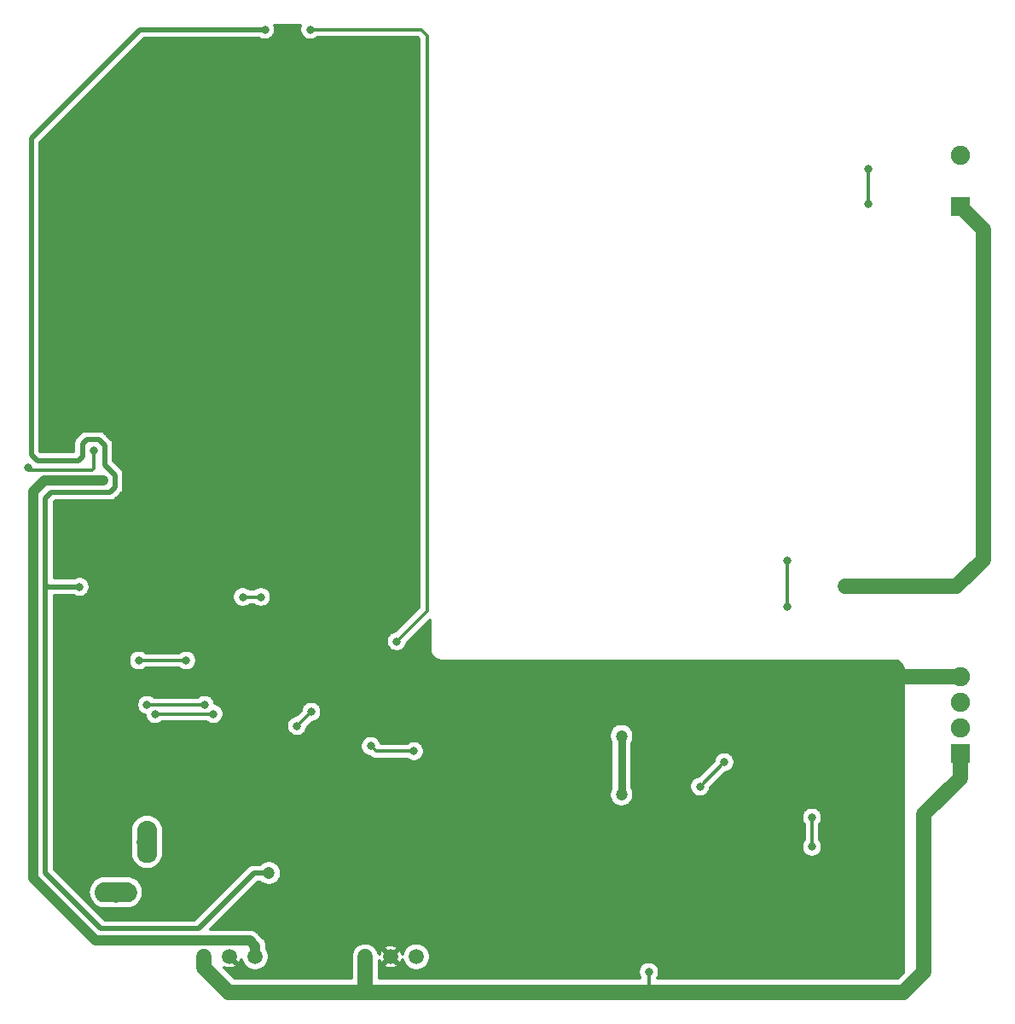
<source format=gbl>
G04 #@! TF.GenerationSoftware,KiCad,Pcbnew,5.1.4-e60b266~84~ubuntu18.04.1*
G04 #@! TF.CreationDate,2019-09-05T01:59:36+01:00*
G04 #@! TF.ProjectId,psu,7073752e-6b69-4636-9164-5f7063625858,1*
G04 #@! TF.SameCoordinates,Original*
G04 #@! TF.FileFunction,Copper,L2,Bot*
G04 #@! TF.FilePolarity,Positive*
%FSLAX46Y46*%
G04 Gerber Fmt 4.6, Leading zero omitted, Abs format (unit mm)*
G04 Created by KiCad (PCBNEW 5.1.4-e60b266~84~ubuntu18.04.1) date 2019-09-05 01:59:36*
%MOMM*%
%LPD*%
G04 APERTURE LIST*
%ADD10C,1.900000*%
%ADD11R,1.900000X1.900000*%
%ADD12C,0.100000*%
%ADD13C,2.000000*%
%ADD14C,1.500000*%
%ADD15C,0.800000*%
%ADD16C,1.200000*%
%ADD17C,1.000000*%
%ADD18C,1.500000*%
%ADD19C,0.300000*%
%ADD20C,0.800000*%
%ADD21C,0.500000*%
%ADD22C,1.000000*%
G04 APERTURE END LIST*
D10*
X194500000Y-64960000D03*
D11*
X194500000Y-70040000D03*
D10*
X194500000Y-116690000D03*
X194500000Y-119230000D03*
X194500000Y-121770000D03*
D11*
X194500000Y-124310000D03*
D12*
G36*
X107698018Y-131004815D02*
G01*
X107795091Y-131019215D01*
X107890286Y-131043060D01*
X107982684Y-131076120D01*
X108071398Y-131118079D01*
X108155571Y-131168530D01*
X108234394Y-131226990D01*
X108307108Y-131292893D01*
X108373011Y-131365607D01*
X108431471Y-131444430D01*
X108481922Y-131528603D01*
X108523881Y-131617317D01*
X108556941Y-131709715D01*
X108580786Y-131804910D01*
X108595186Y-131901983D01*
X108600001Y-132000000D01*
X108600001Y-134200000D01*
X108595186Y-134298017D01*
X108580786Y-134395090D01*
X108556941Y-134490285D01*
X108523881Y-134582683D01*
X108481922Y-134671397D01*
X108431471Y-134755570D01*
X108373011Y-134834393D01*
X108307108Y-134907107D01*
X108234394Y-134973010D01*
X108155571Y-135031470D01*
X108071398Y-135081921D01*
X107982684Y-135123880D01*
X107890286Y-135156940D01*
X107795091Y-135180785D01*
X107698018Y-135195185D01*
X107600001Y-135200000D01*
X107599999Y-135200000D01*
X107501982Y-135195185D01*
X107404909Y-135180785D01*
X107309714Y-135156940D01*
X107217316Y-135123880D01*
X107128602Y-135081921D01*
X107044429Y-135031470D01*
X106965606Y-134973010D01*
X106892892Y-134907107D01*
X106826989Y-134834393D01*
X106768529Y-134755570D01*
X106718078Y-134671397D01*
X106676119Y-134582683D01*
X106643059Y-134490285D01*
X106619214Y-134395090D01*
X106604814Y-134298017D01*
X106599999Y-134200000D01*
X106599999Y-132000000D01*
X106604814Y-131901983D01*
X106619214Y-131804910D01*
X106643059Y-131709715D01*
X106676119Y-131617317D01*
X106718078Y-131528603D01*
X106768529Y-131444430D01*
X106826989Y-131365607D01*
X106892892Y-131292893D01*
X106965606Y-131226990D01*
X107044429Y-131168530D01*
X107128602Y-131118079D01*
X107217316Y-131076120D01*
X107309714Y-131043060D01*
X107404909Y-131019215D01*
X107501982Y-131004815D01*
X107599999Y-131000000D01*
X107600001Y-131000000D01*
X107698018Y-131004815D01*
X107698018Y-131004815D01*
G37*
D13*
X107600000Y-133100000D03*
D12*
G36*
X111898017Y-137104814D02*
G01*
X111995090Y-137119214D01*
X112090285Y-137143059D01*
X112182683Y-137176119D01*
X112271397Y-137218078D01*
X112355570Y-137268529D01*
X112434393Y-137326989D01*
X112507107Y-137392892D01*
X112573010Y-137465606D01*
X112631470Y-137544429D01*
X112681921Y-137628602D01*
X112723880Y-137717316D01*
X112756940Y-137809714D01*
X112780785Y-137904909D01*
X112795185Y-138001982D01*
X112800000Y-138099999D01*
X112800000Y-138100001D01*
X112795185Y-138198018D01*
X112780785Y-138295091D01*
X112756940Y-138390286D01*
X112723880Y-138482684D01*
X112681921Y-138571398D01*
X112631470Y-138655571D01*
X112573010Y-138734394D01*
X112507107Y-138807108D01*
X112434393Y-138873011D01*
X112355570Y-138931471D01*
X112271397Y-138981922D01*
X112182683Y-139023881D01*
X112090285Y-139056941D01*
X111995090Y-139080786D01*
X111898017Y-139095186D01*
X111800000Y-139100001D01*
X109600000Y-139100001D01*
X109501983Y-139095186D01*
X109404910Y-139080786D01*
X109309715Y-139056941D01*
X109217317Y-139023881D01*
X109128603Y-138981922D01*
X109044430Y-138931471D01*
X108965607Y-138873011D01*
X108892893Y-138807108D01*
X108826990Y-138734394D01*
X108768530Y-138655571D01*
X108718079Y-138571398D01*
X108676120Y-138482684D01*
X108643060Y-138390286D01*
X108619215Y-138295091D01*
X108604815Y-138198018D01*
X108600000Y-138100001D01*
X108600000Y-138099999D01*
X108604815Y-138001982D01*
X108619215Y-137904909D01*
X108643060Y-137809714D01*
X108676120Y-137717316D01*
X108718079Y-137628602D01*
X108768530Y-137544429D01*
X108826990Y-137465606D01*
X108892893Y-137392892D01*
X108965607Y-137326989D01*
X109044430Y-137268529D01*
X109128603Y-137218078D01*
X109217317Y-137176119D01*
X109309715Y-137143059D01*
X109404910Y-137119214D01*
X109501983Y-137104814D01*
X109600000Y-137099999D01*
X111800000Y-137099999D01*
X111898017Y-137104814D01*
X111898017Y-137104814D01*
G37*
D13*
X110700000Y-138100000D03*
D12*
G36*
X113898018Y-131004815D02*
G01*
X113995091Y-131019215D01*
X114090286Y-131043060D01*
X114182684Y-131076120D01*
X114271398Y-131118079D01*
X114355571Y-131168530D01*
X114434394Y-131226990D01*
X114507108Y-131292893D01*
X114573011Y-131365607D01*
X114631471Y-131444430D01*
X114681922Y-131528603D01*
X114723881Y-131617317D01*
X114756941Y-131709715D01*
X114780786Y-131804910D01*
X114795186Y-131901983D01*
X114800001Y-132000000D01*
X114800001Y-134200000D01*
X114795186Y-134298017D01*
X114780786Y-134395090D01*
X114756941Y-134490285D01*
X114723881Y-134582683D01*
X114681922Y-134671397D01*
X114631471Y-134755570D01*
X114573011Y-134834393D01*
X114507108Y-134907107D01*
X114434394Y-134973010D01*
X114355571Y-135031470D01*
X114271398Y-135081921D01*
X114182684Y-135123880D01*
X114090286Y-135156940D01*
X113995091Y-135180785D01*
X113898018Y-135195185D01*
X113800001Y-135200000D01*
X113799999Y-135200000D01*
X113701982Y-135195185D01*
X113604909Y-135180785D01*
X113509714Y-135156940D01*
X113417316Y-135123880D01*
X113328602Y-135081921D01*
X113244429Y-135031470D01*
X113165606Y-134973010D01*
X113092892Y-134907107D01*
X113026989Y-134834393D01*
X112968529Y-134755570D01*
X112918078Y-134671397D01*
X112876119Y-134582683D01*
X112843059Y-134490285D01*
X112819214Y-134395090D01*
X112804814Y-134298017D01*
X112799999Y-134200000D01*
X112799999Y-132000000D01*
X112804814Y-131901983D01*
X112819214Y-131804910D01*
X112843059Y-131709715D01*
X112876119Y-131617317D01*
X112918078Y-131528603D01*
X112968529Y-131444430D01*
X113026989Y-131365607D01*
X113092892Y-131292893D01*
X113165606Y-131226990D01*
X113244429Y-131168530D01*
X113328602Y-131118079D01*
X113417316Y-131076120D01*
X113509714Y-131043060D01*
X113604909Y-131019215D01*
X113701982Y-131004815D01*
X113799999Y-131000000D01*
X113800001Y-131000000D01*
X113898018Y-131004815D01*
X113898018Y-131004815D01*
G37*
D13*
X113800000Y-133100000D03*
D14*
X140540000Y-144500000D03*
X138000000Y-144500000D03*
X135460000Y-144500000D03*
X124540000Y-144500000D03*
X122000000Y-144500000D03*
X119460000Y-144500000D03*
D15*
X158900000Y-144400000D03*
X158900000Y-141600000D03*
X105200000Y-111000000D03*
X130500000Y-115700000D03*
X139700000Y-118300000D03*
X135200000Y-119200000D03*
X181900000Y-134900000D03*
X163100000Y-144400000D03*
X163100000Y-141600000D03*
X172500000Y-119500000D03*
X176500000Y-120100000D03*
X186100000Y-117500000D03*
X186100000Y-120500000D03*
X187300000Y-125200000D03*
X149800000Y-137100000D03*
X150900000Y-137100000D03*
X153500000Y-137100000D03*
D16*
X185500000Y-107750000D03*
X184300000Y-107750000D03*
X183100000Y-107750000D03*
X183100000Y-115600000D03*
X183100000Y-116800000D03*
D15*
X130000000Y-60500000D03*
X124350000Y-58800000D03*
X133500000Y-60150000D03*
D16*
X130000000Y-145750000D03*
D15*
X165000000Y-145800000D03*
X169000000Y-145800000D03*
X173000000Y-145800000D03*
X177000000Y-145800000D03*
X185000000Y-145800000D03*
X147650000Y-143000000D03*
D16*
X146000000Y-145750000D03*
X155500000Y-145750000D03*
D15*
X153000000Y-144750000D03*
X181000000Y-145800000D03*
D16*
X115000000Y-68500000D03*
X116250000Y-68500000D03*
X117500000Y-68500000D03*
X117500000Y-71000000D03*
X116250000Y-71000000D03*
X115000000Y-71000000D03*
X115000000Y-75500000D03*
X117500000Y-75500000D03*
X116250000Y-75500000D03*
X115000000Y-80500000D03*
X116250000Y-80500000D03*
X117500000Y-80500000D03*
X117500000Y-78000000D03*
X116250000Y-78000000D03*
X115000000Y-78000000D03*
X115000000Y-82750000D03*
X116250000Y-82750000D03*
X117500000Y-82750000D03*
X115000000Y-86250000D03*
X116250000Y-86250000D03*
X117500000Y-86250000D03*
X115000000Y-89250000D03*
X116250000Y-89250000D03*
X117500000Y-89250000D03*
X117600000Y-103600000D03*
X117600000Y-104700000D03*
X116400000Y-104700000D03*
X116400000Y-103600000D03*
X115200000Y-103600000D03*
X115200000Y-104700000D03*
X114000000Y-104700000D03*
X114100000Y-103600000D03*
X112900000Y-103600000D03*
X110100000Y-103600000D03*
X109900000Y-108900000D03*
X113100000Y-108900000D03*
D15*
X114600000Y-102000000D03*
X118000000Y-92500000D03*
X129700000Y-133200000D03*
X181500000Y-136700000D03*
X109900000Y-118100000D03*
X128600000Y-128300000D03*
X123500000Y-110600000D03*
X119700000Y-115700000D03*
X141600000Y-122500000D03*
X106200000Y-119100000D03*
X108800000Y-101000000D03*
X109100000Y-103000000D03*
X114600000Y-120400000D03*
X120400000Y-120400000D03*
D16*
X160900000Y-128400000D03*
X160900000Y-122600000D03*
X125900000Y-136200000D03*
D15*
X125500000Y-52500000D03*
X107100000Y-107800000D03*
X163600000Y-146000000D03*
X108500000Y-94300000D03*
X102000000Y-96000000D03*
D17*
X109472367Y-97229891D03*
D15*
X136000000Y-123600000D03*
X140300000Y-124100000D03*
X179800000Y-133600000D03*
X179800000Y-130700000D03*
X168700000Y-127600000D03*
X171100000Y-125200000D03*
X113000000Y-115100000D03*
X117700000Y-115100000D03*
X130000000Y-52500000D03*
X138600000Y-113200000D03*
X113800000Y-119500000D03*
X119500000Y-119500000D03*
X128700000Y-121600000D03*
X130100000Y-120200000D03*
X185400000Y-69800000D03*
X185400000Y-66300000D03*
X123300000Y-108800000D03*
X125100000Y-108800000D03*
X177350000Y-105200000D03*
X177350000Y-109750000D03*
D18*
X185500000Y-107750000D02*
X184300000Y-107750000D01*
X184300000Y-107750000D02*
X183100000Y-107750000D01*
X193156498Y-116690000D02*
X193146498Y-116700000D01*
X194500000Y-116690000D02*
X193156498Y-116690000D01*
X193146498Y-116700000D02*
X188000000Y-116700000D01*
X196800000Y-72340000D02*
X194525010Y-70065010D01*
X196800000Y-105100000D02*
X196800000Y-72340000D01*
X194525010Y-70065010D02*
X194525010Y-70040000D01*
X194150000Y-107750000D02*
X196800000Y-105100000D01*
X185500000Y-107750000D02*
X194150000Y-107750000D01*
D19*
X114600000Y-120400000D02*
X120400000Y-120400000D01*
D20*
X160900000Y-128400000D02*
X160900000Y-122600000D01*
D21*
X102300000Y-94700000D02*
X102300000Y-63300000D01*
X102900000Y-95300000D02*
X102300000Y-94700000D01*
X107000000Y-95300000D02*
X102900000Y-95300000D01*
X103700000Y-99000000D02*
X104300000Y-98400000D01*
X118900000Y-141700000D02*
X109200000Y-141700000D01*
X125900000Y-136200000D02*
X124400000Y-136200000D01*
X109600000Y-93800000D02*
X109000000Y-93200000D01*
X124400000Y-136200000D02*
X118900000Y-141700000D01*
X104300000Y-98400000D02*
X110100000Y-98400000D01*
X110100000Y-98400000D02*
X110600000Y-97900000D01*
X110600000Y-97900000D02*
X110600000Y-96700000D01*
X110600000Y-96700000D02*
X109600000Y-95700000D01*
X109600000Y-95700000D02*
X109600000Y-93800000D01*
X109000000Y-93200000D02*
X107800000Y-93200000D01*
X107800000Y-93200000D02*
X107400000Y-93600000D01*
X109200000Y-141700000D02*
X103700000Y-136200000D01*
X107400000Y-93600000D02*
X107400000Y-94900000D01*
X107400000Y-94900000D02*
X107000000Y-95300000D01*
X113100000Y-52500000D02*
X125500000Y-52500000D01*
X102300000Y-63300000D02*
X113100000Y-52500000D01*
X107100000Y-107800000D02*
X103900000Y-107800000D01*
X103700000Y-136200000D02*
X103700000Y-107600000D01*
X103900000Y-107800000D02*
X103700000Y-107600000D01*
X103700000Y-107600000D02*
X103700000Y-99000000D01*
D18*
X194500000Y-126760000D02*
X194500000Y-124310000D01*
X119460000Y-144500000D02*
X119460000Y-145560660D01*
X190900000Y-146000000D02*
X190900000Y-130360000D01*
X119460000Y-145560660D02*
X121899340Y-148000000D01*
X188900000Y-148000000D02*
X190900000Y-146000000D01*
X190900000Y-130360000D02*
X194500000Y-126760000D01*
X135460000Y-147960000D02*
X135500000Y-148000000D01*
X135460000Y-144500000D02*
X135460000Y-147960000D01*
X121899340Y-148000000D02*
X135500000Y-148000000D01*
D19*
X167450000Y-147550000D02*
X167900000Y-148000000D01*
D18*
X167900000Y-148000000D02*
X188900000Y-148000000D01*
D19*
X163300000Y-148000000D02*
X163600000Y-147700000D01*
X163600000Y-147700000D02*
X163600000Y-146000000D01*
D18*
X163300000Y-148000000D02*
X167900000Y-148000000D01*
X135500000Y-148000000D02*
X163300000Y-148000000D01*
D19*
X102200000Y-96200000D02*
X102000000Y-96000000D01*
X108329881Y-96200000D02*
X102200000Y-96200000D01*
X108500000Y-94300000D02*
X108500000Y-96029881D01*
X108500000Y-96029881D02*
X108329881Y-96200000D01*
D22*
X103570109Y-97229891D02*
X109472367Y-97229891D01*
X124540000Y-143439340D02*
X124000660Y-142900000D01*
X124540000Y-144500000D02*
X124540000Y-143439340D01*
X108700000Y-142900000D02*
X102500000Y-136700000D01*
X124000660Y-142900000D02*
X108700000Y-142900000D01*
X102500000Y-136700000D02*
X102500000Y-98300000D01*
X102500000Y-98300000D02*
X103570109Y-97229891D01*
D19*
X136150000Y-123450000D02*
X136000000Y-123600000D01*
X136500000Y-124100000D02*
X136000000Y-123600000D01*
X140300000Y-124100000D02*
X136500000Y-124100000D01*
X179800000Y-133600000D02*
X179800000Y-130700000D01*
X168700000Y-127600000D02*
X171100000Y-125200000D01*
X113000000Y-115100000D02*
X117700000Y-115100000D01*
X141600000Y-110200000D02*
X138900000Y-112900000D01*
X141600000Y-53100000D02*
X141600000Y-110200000D01*
X130000000Y-52500000D02*
X141000000Y-52500000D01*
X141000000Y-52500000D02*
X141600000Y-53100000D01*
X138900000Y-112900000D02*
X138600000Y-113200000D01*
X113800000Y-119500000D02*
X119500000Y-119500000D01*
X128700000Y-121600000D02*
X130100000Y-120200000D01*
X185400000Y-69800000D02*
X185400000Y-66300000D01*
X123300000Y-108800000D02*
X125100000Y-108800000D01*
X177350000Y-105200000D02*
X177350000Y-109750000D01*
G36*
X128990350Y-52193726D02*
G01*
X128950000Y-52396584D01*
X128950000Y-52603416D01*
X128990350Y-52806274D01*
X129069502Y-52997362D01*
X129184411Y-53169336D01*
X129330664Y-53315589D01*
X129502638Y-53430498D01*
X129693726Y-53509650D01*
X129896584Y-53550000D01*
X130103416Y-53550000D01*
X130306274Y-53509650D01*
X130497362Y-53430498D01*
X130669336Y-53315589D01*
X130684925Y-53300000D01*
X140668630Y-53300000D01*
X140800000Y-53431371D01*
X140800001Y-109868628D01*
X138518630Y-112150000D01*
X138496584Y-112150000D01*
X138293726Y-112190350D01*
X138102638Y-112269502D01*
X137930664Y-112384411D01*
X137784411Y-112530664D01*
X137669502Y-112702638D01*
X137590350Y-112893726D01*
X137550000Y-113096584D01*
X137550000Y-113303416D01*
X137590350Y-113506274D01*
X137669502Y-113697362D01*
X137784411Y-113869336D01*
X137930664Y-114015589D01*
X138102638Y-114130498D01*
X138293726Y-114209650D01*
X138496584Y-114250000D01*
X138703416Y-114250000D01*
X138906274Y-114209650D01*
X139097362Y-114130498D01*
X139269336Y-114015589D01*
X139415589Y-113869336D01*
X139530498Y-113697362D01*
X139609650Y-113506274D01*
X139650000Y-113303416D01*
X139650000Y-113281370D01*
X141850000Y-111081371D01*
X141850000Y-114000000D01*
X141850722Y-114014703D01*
X141869937Y-114209793D01*
X141875674Y-114238632D01*
X141932579Y-114426225D01*
X141943832Y-114453392D01*
X142036242Y-114626279D01*
X142052578Y-114650729D01*
X142176941Y-114802266D01*
X142197734Y-114823059D01*
X142349271Y-114947422D01*
X142373721Y-114963758D01*
X142546608Y-115056168D01*
X142573775Y-115067421D01*
X142761368Y-115124326D01*
X142790207Y-115130063D01*
X142985297Y-115149278D01*
X143000000Y-115150000D01*
X187992627Y-115150000D01*
X188165688Y-115167045D01*
X188325004Y-115215373D01*
X188471828Y-115293852D01*
X188600528Y-115399472D01*
X188706148Y-115528172D01*
X188784627Y-115674996D01*
X188832955Y-115834312D01*
X188850000Y-116007373D01*
X188850000Y-146070102D01*
X188320102Y-146600000D01*
X164461918Y-146600000D01*
X164530498Y-146497362D01*
X164609650Y-146306274D01*
X164650000Y-146103416D01*
X164650000Y-145896584D01*
X164609650Y-145693726D01*
X164530498Y-145502638D01*
X164415589Y-145330664D01*
X164269336Y-145184411D01*
X164097362Y-145069502D01*
X163906274Y-144990350D01*
X163703416Y-144950000D01*
X163496584Y-144950000D01*
X163293726Y-144990350D01*
X163102638Y-145069502D01*
X162930664Y-145184411D01*
X162784411Y-145330664D01*
X162669502Y-145502638D01*
X162590350Y-145693726D01*
X162550000Y-145896584D01*
X162550000Y-146103416D01*
X162590350Y-146306274D01*
X162669502Y-146497362D01*
X162738082Y-146600000D01*
X136860000Y-146600000D01*
X136860000Y-145340554D01*
X137300867Y-145340554D01*
X137374589Y-145530936D01*
X137587732Y-145633138D01*
X137816718Y-145691795D01*
X138052747Y-145704651D01*
X138286749Y-145671214D01*
X138509732Y-145592767D01*
X138625411Y-145530936D01*
X138699133Y-145340554D01*
X138000000Y-144641421D01*
X137300867Y-145340554D01*
X136860000Y-145340554D01*
X136860000Y-144875474D01*
X136907233Y-145009732D01*
X136969064Y-145125411D01*
X137159446Y-145199133D01*
X137858579Y-144500000D01*
X138141421Y-144500000D01*
X138840554Y-145199133D01*
X139030936Y-145125411D01*
X139133138Y-144912268D01*
X139167722Y-144777258D01*
X139193801Y-144908365D01*
X139299336Y-145163149D01*
X139452549Y-145392448D01*
X139647552Y-145587451D01*
X139876851Y-145740664D01*
X140131635Y-145846199D01*
X140402112Y-145900000D01*
X140677888Y-145900000D01*
X140948365Y-145846199D01*
X141203149Y-145740664D01*
X141432448Y-145587451D01*
X141627451Y-145392448D01*
X141780664Y-145163149D01*
X141886199Y-144908365D01*
X141940000Y-144637888D01*
X141940000Y-144362112D01*
X141886199Y-144091635D01*
X141780664Y-143836851D01*
X141627451Y-143607552D01*
X141432448Y-143412549D01*
X141203149Y-143259336D01*
X140948365Y-143153801D01*
X140677888Y-143100000D01*
X140402112Y-143100000D01*
X140131635Y-143153801D01*
X139876851Y-143259336D01*
X139647552Y-143412549D01*
X139452549Y-143607552D01*
X139299336Y-143836851D01*
X139193801Y-144091635D01*
X139170189Y-144210339D01*
X139092767Y-143990268D01*
X139030936Y-143874589D01*
X138840554Y-143800867D01*
X138141421Y-144500000D01*
X137858579Y-144500000D01*
X137159446Y-143800867D01*
X136969064Y-143874589D01*
X136866862Y-144087732D01*
X136835305Y-144210923D01*
X136819682Y-144159420D01*
X136806199Y-144091635D01*
X136779751Y-144027785D01*
X136759690Y-143961651D01*
X136727111Y-143900701D01*
X136700664Y-143836851D01*
X136662269Y-143779388D01*
X136629690Y-143718438D01*
X136585848Y-143665017D01*
X136582126Y-143659446D01*
X137300867Y-143659446D01*
X138000000Y-144358579D01*
X138699133Y-143659446D01*
X138625411Y-143469064D01*
X138412268Y-143366862D01*
X138183282Y-143308205D01*
X137947253Y-143295349D01*
X137713251Y-143328786D01*
X137490268Y-143407233D01*
X137374589Y-143469064D01*
X137300867Y-143659446D01*
X136582126Y-143659446D01*
X136547451Y-143607552D01*
X136498576Y-143558677D01*
X136454738Y-143505261D01*
X136401324Y-143461425D01*
X136352448Y-143412549D01*
X136294979Y-143374150D01*
X136241561Y-143330310D01*
X136180616Y-143297734D01*
X136123149Y-143259336D01*
X136059295Y-143232887D01*
X135998348Y-143200310D01*
X135932218Y-143180250D01*
X135868365Y-143153801D01*
X135800577Y-143140317D01*
X135734447Y-143120257D01*
X135665673Y-143113483D01*
X135597888Y-143100000D01*
X135528777Y-143100000D01*
X135460000Y-143093226D01*
X135391223Y-143100000D01*
X135322112Y-143100000D01*
X135254327Y-143113483D01*
X135185552Y-143120257D01*
X135119420Y-143140318D01*
X135051635Y-143153801D01*
X134987785Y-143180249D01*
X134921651Y-143200310D01*
X134860701Y-143232889D01*
X134796851Y-143259336D01*
X134739388Y-143297731D01*
X134678438Y-143330310D01*
X134625017Y-143374152D01*
X134567552Y-143412549D01*
X134518677Y-143461424D01*
X134465261Y-143505262D01*
X134421425Y-143558676D01*
X134372549Y-143607552D01*
X134334150Y-143665021D01*
X134290310Y-143718439D01*
X134257734Y-143779384D01*
X134219336Y-143836851D01*
X134192887Y-143900705D01*
X134160310Y-143961652D01*
X134140250Y-144027782D01*
X134113801Y-144091635D01*
X134100317Y-144159423D01*
X134080257Y-144225553D01*
X134073483Y-144294326D01*
X134060000Y-144362112D01*
X134060000Y-144431224D01*
X134060001Y-146600000D01*
X122479239Y-146600000D01*
X121442957Y-145563718D01*
X121587732Y-145633138D01*
X121816718Y-145691795D01*
X122052747Y-145704651D01*
X122286749Y-145671214D01*
X122509732Y-145592767D01*
X122625411Y-145530936D01*
X122699133Y-145340554D01*
X122000000Y-144641421D01*
X121985858Y-144655564D01*
X121844437Y-144514143D01*
X121858579Y-144500000D01*
X121844437Y-144485858D01*
X121985858Y-144344437D01*
X122000000Y-144358579D01*
X122014143Y-144344437D01*
X122155564Y-144485858D01*
X122141421Y-144500000D01*
X122840554Y-145199133D01*
X123030936Y-145125411D01*
X123133138Y-144912268D01*
X123167722Y-144777258D01*
X123193801Y-144908365D01*
X123299336Y-145163149D01*
X123452549Y-145392448D01*
X123647552Y-145587451D01*
X123876851Y-145740664D01*
X124131635Y-145846199D01*
X124402112Y-145900000D01*
X124677888Y-145900000D01*
X124948365Y-145846199D01*
X125203149Y-145740664D01*
X125432448Y-145587451D01*
X125627451Y-145392448D01*
X125780664Y-145163149D01*
X125886199Y-144908365D01*
X125940000Y-144637888D01*
X125940000Y-144362112D01*
X125886199Y-144091635D01*
X125780664Y-143836851D01*
X125690000Y-143701163D01*
X125690000Y-143495822D01*
X125695563Y-143439340D01*
X125690000Y-143382858D01*
X125690000Y-143382848D01*
X125673360Y-143213901D01*
X125607602Y-142997125D01*
X125500816Y-142797343D01*
X125357107Y-142622233D01*
X125313219Y-142586215D01*
X124853785Y-142126781D01*
X124817767Y-142082893D01*
X124642657Y-141939184D01*
X124442875Y-141832398D01*
X124226099Y-141766640D01*
X124057152Y-141750000D01*
X124057142Y-141750000D01*
X124000660Y-141744437D01*
X123944178Y-141750000D01*
X120122792Y-141750000D01*
X124772792Y-137100000D01*
X125032234Y-137100000D01*
X125103172Y-137170938D01*
X125307903Y-137307735D01*
X125535389Y-137401963D01*
X125776886Y-137450000D01*
X126023114Y-137450000D01*
X126264611Y-137401963D01*
X126492097Y-137307735D01*
X126696828Y-137170938D01*
X126870938Y-136996828D01*
X127007735Y-136792097D01*
X127101963Y-136564611D01*
X127150000Y-136323114D01*
X127150000Y-136076886D01*
X127101963Y-135835389D01*
X127007735Y-135607903D01*
X126870938Y-135403172D01*
X126696828Y-135229062D01*
X126492097Y-135092265D01*
X126264611Y-134998037D01*
X126023114Y-134950000D01*
X125776886Y-134950000D01*
X125535389Y-134998037D01*
X125307903Y-135092265D01*
X125103172Y-135229062D01*
X125032234Y-135300000D01*
X124444207Y-135300000D01*
X124400000Y-135295646D01*
X124223569Y-135313023D01*
X124053918Y-135364486D01*
X123981542Y-135403172D01*
X123897568Y-135448057D01*
X123760525Y-135560525D01*
X123732343Y-135594865D01*
X118527208Y-140800000D01*
X109572792Y-140800000D01*
X106872791Y-138099999D01*
X107946855Y-138099999D01*
X107946855Y-138100001D01*
X107978620Y-138422514D01*
X108072693Y-138732632D01*
X108225460Y-139018439D01*
X108431050Y-139268951D01*
X108681562Y-139474541D01*
X108967369Y-139627308D01*
X109277487Y-139721381D01*
X109600000Y-139753146D01*
X111800000Y-139753146D01*
X112122513Y-139721381D01*
X112432631Y-139627308D01*
X112718438Y-139474541D01*
X112968950Y-139268951D01*
X113174540Y-139018439D01*
X113327307Y-138732632D01*
X113421380Y-138422514D01*
X113453145Y-138100001D01*
X113453145Y-138099999D01*
X113421380Y-137777486D01*
X113327307Y-137467368D01*
X113174540Y-137181561D01*
X112968950Y-136931049D01*
X112718438Y-136725459D01*
X112432631Y-136572692D01*
X112122513Y-136478619D01*
X111800000Y-136446854D01*
X109600000Y-136446854D01*
X109277487Y-136478619D01*
X108967369Y-136572692D01*
X108681562Y-136725459D01*
X108431050Y-136931049D01*
X108225460Y-137181561D01*
X108072693Y-137467368D01*
X107978620Y-137777486D01*
X107946855Y-138099999D01*
X106872791Y-138099999D01*
X104600000Y-135827208D01*
X104600000Y-132000000D01*
X112146854Y-132000000D01*
X112146854Y-134200000D01*
X112178619Y-134522513D01*
X112272692Y-134832631D01*
X112425459Y-135118438D01*
X112631049Y-135368950D01*
X112881561Y-135574540D01*
X113167368Y-135727307D01*
X113477486Y-135821380D01*
X113799999Y-135853145D01*
X113800001Y-135853145D01*
X114122514Y-135821380D01*
X114432632Y-135727307D01*
X114718439Y-135574540D01*
X114968951Y-135368950D01*
X115174541Y-135118438D01*
X115327308Y-134832631D01*
X115421381Y-134522513D01*
X115453146Y-134200000D01*
X115453146Y-132000000D01*
X115421381Y-131677487D01*
X115327308Y-131367369D01*
X115174541Y-131081562D01*
X114968951Y-130831050D01*
X114718439Y-130625460D01*
X114664416Y-130596584D01*
X178750000Y-130596584D01*
X178750000Y-130803416D01*
X178790350Y-131006274D01*
X178869502Y-131197362D01*
X178984411Y-131369336D01*
X179000001Y-131384926D01*
X179000000Y-132915075D01*
X178984411Y-132930664D01*
X178869502Y-133102638D01*
X178790350Y-133293726D01*
X178750000Y-133496584D01*
X178750000Y-133703416D01*
X178790350Y-133906274D01*
X178869502Y-134097362D01*
X178984411Y-134269336D01*
X179130664Y-134415589D01*
X179302638Y-134530498D01*
X179493726Y-134609650D01*
X179696584Y-134650000D01*
X179903416Y-134650000D01*
X180106274Y-134609650D01*
X180297362Y-134530498D01*
X180469336Y-134415589D01*
X180615589Y-134269336D01*
X180730498Y-134097362D01*
X180809650Y-133906274D01*
X180850000Y-133703416D01*
X180850000Y-133496584D01*
X180809650Y-133293726D01*
X180730498Y-133102638D01*
X180615589Y-132930664D01*
X180600000Y-132915075D01*
X180600000Y-131384925D01*
X180615589Y-131369336D01*
X180730498Y-131197362D01*
X180809650Y-131006274D01*
X180850000Y-130803416D01*
X180850000Y-130596584D01*
X180809650Y-130393726D01*
X180730498Y-130202638D01*
X180615589Y-130030664D01*
X180469336Y-129884411D01*
X180297362Y-129769502D01*
X180106274Y-129690350D01*
X179903416Y-129650000D01*
X179696584Y-129650000D01*
X179493726Y-129690350D01*
X179302638Y-129769502D01*
X179130664Y-129884411D01*
X178984411Y-130030664D01*
X178869502Y-130202638D01*
X178790350Y-130393726D01*
X178750000Y-130596584D01*
X114664416Y-130596584D01*
X114432632Y-130472693D01*
X114122514Y-130378620D01*
X113800001Y-130346855D01*
X113799999Y-130346855D01*
X113477486Y-130378620D01*
X113167368Y-130472693D01*
X112881561Y-130625460D01*
X112631049Y-130831050D01*
X112425459Y-131081562D01*
X112272692Y-131367369D01*
X112178619Y-131677487D01*
X112146854Y-132000000D01*
X104600000Y-132000000D01*
X104600000Y-123496584D01*
X134950000Y-123496584D01*
X134950000Y-123703416D01*
X134990350Y-123906274D01*
X135069502Y-124097362D01*
X135184411Y-124269336D01*
X135330664Y-124415589D01*
X135502638Y-124530498D01*
X135693726Y-124609650D01*
X135896584Y-124650000D01*
X135916460Y-124650000D01*
X135931578Y-124668422D01*
X136021865Y-124742518D01*
X136053393Y-124768393D01*
X136192372Y-124842679D01*
X136343173Y-124888424D01*
X136460707Y-124900000D01*
X136460709Y-124900000D01*
X136500000Y-124903870D01*
X136539291Y-124900000D01*
X139615075Y-124900000D01*
X139630664Y-124915589D01*
X139802638Y-125030498D01*
X139993726Y-125109650D01*
X140196584Y-125150000D01*
X140403416Y-125150000D01*
X140606274Y-125109650D01*
X140797362Y-125030498D01*
X140969336Y-124915589D01*
X141115589Y-124769336D01*
X141230498Y-124597362D01*
X141309650Y-124406274D01*
X141350000Y-124203416D01*
X141350000Y-123996584D01*
X141309650Y-123793726D01*
X141230498Y-123602638D01*
X141115589Y-123430664D01*
X140969336Y-123284411D01*
X140797362Y-123169502D01*
X140606274Y-123090350D01*
X140403416Y-123050000D01*
X140196584Y-123050000D01*
X139993726Y-123090350D01*
X139802638Y-123169502D01*
X139630664Y-123284411D01*
X139615075Y-123300000D01*
X137010898Y-123300000D01*
X137009650Y-123293726D01*
X136930498Y-123102638D01*
X136815589Y-122930664D01*
X136669336Y-122784411D01*
X136497362Y-122669502D01*
X136306274Y-122590350D01*
X136103416Y-122550000D01*
X135896584Y-122550000D01*
X135693726Y-122590350D01*
X135502638Y-122669502D01*
X135330664Y-122784411D01*
X135184411Y-122930664D01*
X135069502Y-123102638D01*
X134990350Y-123293726D01*
X134950000Y-123496584D01*
X104600000Y-123496584D01*
X104600000Y-121496584D01*
X127650000Y-121496584D01*
X127650000Y-121703416D01*
X127690350Y-121906274D01*
X127769502Y-122097362D01*
X127884411Y-122269336D01*
X128030664Y-122415589D01*
X128202638Y-122530498D01*
X128393726Y-122609650D01*
X128596584Y-122650000D01*
X128803416Y-122650000D01*
X129006274Y-122609650D01*
X129197362Y-122530498D01*
X129277598Y-122476886D01*
X159650000Y-122476886D01*
X159650000Y-122723114D01*
X159698037Y-122964611D01*
X159792265Y-123192097D01*
X159850001Y-123278505D01*
X159850000Y-127721496D01*
X159792265Y-127807903D01*
X159698037Y-128035389D01*
X159650000Y-128276886D01*
X159650000Y-128523114D01*
X159698037Y-128764611D01*
X159792265Y-128992097D01*
X159929062Y-129196828D01*
X160103172Y-129370938D01*
X160307903Y-129507735D01*
X160535389Y-129601963D01*
X160776886Y-129650000D01*
X161023114Y-129650000D01*
X161264611Y-129601963D01*
X161492097Y-129507735D01*
X161696828Y-129370938D01*
X161870938Y-129196828D01*
X162007735Y-128992097D01*
X162101963Y-128764611D01*
X162150000Y-128523114D01*
X162150000Y-128276886D01*
X162101963Y-128035389D01*
X162007735Y-127807903D01*
X161950000Y-127721497D01*
X161950000Y-127496584D01*
X167650000Y-127496584D01*
X167650000Y-127703416D01*
X167690350Y-127906274D01*
X167769502Y-128097362D01*
X167884411Y-128269336D01*
X168030664Y-128415589D01*
X168202638Y-128530498D01*
X168393726Y-128609650D01*
X168596584Y-128650000D01*
X168803416Y-128650000D01*
X169006274Y-128609650D01*
X169197362Y-128530498D01*
X169369336Y-128415589D01*
X169515589Y-128269336D01*
X169630498Y-128097362D01*
X169709650Y-127906274D01*
X169750000Y-127703416D01*
X169750000Y-127681370D01*
X171181371Y-126250000D01*
X171203416Y-126250000D01*
X171406274Y-126209650D01*
X171597362Y-126130498D01*
X171769336Y-126015589D01*
X171915589Y-125869336D01*
X172030498Y-125697362D01*
X172109650Y-125506274D01*
X172150000Y-125303416D01*
X172150000Y-125096584D01*
X172109650Y-124893726D01*
X172030498Y-124702638D01*
X171915589Y-124530664D01*
X171769336Y-124384411D01*
X171597362Y-124269502D01*
X171406274Y-124190350D01*
X171203416Y-124150000D01*
X170996584Y-124150000D01*
X170793726Y-124190350D01*
X170602638Y-124269502D01*
X170430664Y-124384411D01*
X170284411Y-124530664D01*
X170169502Y-124702638D01*
X170090350Y-124893726D01*
X170050000Y-125096584D01*
X170050000Y-125118629D01*
X168618630Y-126550000D01*
X168596584Y-126550000D01*
X168393726Y-126590350D01*
X168202638Y-126669502D01*
X168030664Y-126784411D01*
X167884411Y-126930664D01*
X167769502Y-127102638D01*
X167690350Y-127293726D01*
X167650000Y-127496584D01*
X161950000Y-127496584D01*
X161950000Y-123278503D01*
X162007735Y-123192097D01*
X162101963Y-122964611D01*
X162150000Y-122723114D01*
X162150000Y-122476886D01*
X162101963Y-122235389D01*
X162007735Y-122007903D01*
X161870938Y-121803172D01*
X161696828Y-121629062D01*
X161492097Y-121492265D01*
X161264611Y-121398037D01*
X161023114Y-121350000D01*
X160776886Y-121350000D01*
X160535389Y-121398037D01*
X160307903Y-121492265D01*
X160103172Y-121629062D01*
X159929062Y-121803172D01*
X159792265Y-122007903D01*
X159698037Y-122235389D01*
X159650000Y-122476886D01*
X129277598Y-122476886D01*
X129369336Y-122415589D01*
X129515589Y-122269336D01*
X129630498Y-122097362D01*
X129709650Y-121906274D01*
X129750000Y-121703416D01*
X129750000Y-121681370D01*
X130181371Y-121250000D01*
X130203416Y-121250000D01*
X130406274Y-121209650D01*
X130597362Y-121130498D01*
X130769336Y-121015589D01*
X130915589Y-120869336D01*
X131030498Y-120697362D01*
X131109650Y-120506274D01*
X131150000Y-120303416D01*
X131150000Y-120096584D01*
X131109650Y-119893726D01*
X131030498Y-119702638D01*
X130915589Y-119530664D01*
X130769336Y-119384411D01*
X130597362Y-119269502D01*
X130406274Y-119190350D01*
X130203416Y-119150000D01*
X129996584Y-119150000D01*
X129793726Y-119190350D01*
X129602638Y-119269502D01*
X129430664Y-119384411D01*
X129284411Y-119530664D01*
X129169502Y-119702638D01*
X129090350Y-119893726D01*
X129050000Y-120096584D01*
X129050000Y-120118629D01*
X128618630Y-120550000D01*
X128596584Y-120550000D01*
X128393726Y-120590350D01*
X128202638Y-120669502D01*
X128030664Y-120784411D01*
X127884411Y-120930664D01*
X127769502Y-121102638D01*
X127690350Y-121293726D01*
X127650000Y-121496584D01*
X104600000Y-121496584D01*
X104600000Y-119396584D01*
X112750000Y-119396584D01*
X112750000Y-119603416D01*
X112790350Y-119806274D01*
X112869502Y-119997362D01*
X112984411Y-120169336D01*
X113130664Y-120315589D01*
X113302638Y-120430498D01*
X113493726Y-120509650D01*
X113553609Y-120521561D01*
X113590350Y-120706274D01*
X113669502Y-120897362D01*
X113784411Y-121069336D01*
X113930664Y-121215589D01*
X114102638Y-121330498D01*
X114293726Y-121409650D01*
X114496584Y-121450000D01*
X114703416Y-121450000D01*
X114906274Y-121409650D01*
X115097362Y-121330498D01*
X115269336Y-121215589D01*
X115284925Y-121200000D01*
X119715075Y-121200000D01*
X119730664Y-121215589D01*
X119902638Y-121330498D01*
X120093726Y-121409650D01*
X120296584Y-121450000D01*
X120503416Y-121450000D01*
X120706274Y-121409650D01*
X120897362Y-121330498D01*
X121069336Y-121215589D01*
X121215589Y-121069336D01*
X121330498Y-120897362D01*
X121409650Y-120706274D01*
X121450000Y-120503416D01*
X121450000Y-120296584D01*
X121409650Y-120093726D01*
X121330498Y-119902638D01*
X121215589Y-119730664D01*
X121069336Y-119584411D01*
X120897362Y-119469502D01*
X120706274Y-119390350D01*
X120542271Y-119357729D01*
X120509650Y-119193726D01*
X120430498Y-119002638D01*
X120315589Y-118830664D01*
X120169336Y-118684411D01*
X119997362Y-118569502D01*
X119806274Y-118490350D01*
X119603416Y-118450000D01*
X119396584Y-118450000D01*
X119193726Y-118490350D01*
X119002638Y-118569502D01*
X118830664Y-118684411D01*
X118815075Y-118700000D01*
X114484925Y-118700000D01*
X114469336Y-118684411D01*
X114297362Y-118569502D01*
X114106274Y-118490350D01*
X113903416Y-118450000D01*
X113696584Y-118450000D01*
X113493726Y-118490350D01*
X113302638Y-118569502D01*
X113130664Y-118684411D01*
X112984411Y-118830664D01*
X112869502Y-119002638D01*
X112790350Y-119193726D01*
X112750000Y-119396584D01*
X104600000Y-119396584D01*
X104600000Y-114996584D01*
X111950000Y-114996584D01*
X111950000Y-115203416D01*
X111990350Y-115406274D01*
X112069502Y-115597362D01*
X112184411Y-115769336D01*
X112330664Y-115915589D01*
X112502638Y-116030498D01*
X112693726Y-116109650D01*
X112896584Y-116150000D01*
X113103416Y-116150000D01*
X113306274Y-116109650D01*
X113497362Y-116030498D01*
X113669336Y-115915589D01*
X113684925Y-115900000D01*
X117015075Y-115900000D01*
X117030664Y-115915589D01*
X117202638Y-116030498D01*
X117393726Y-116109650D01*
X117596584Y-116150000D01*
X117803416Y-116150000D01*
X118006274Y-116109650D01*
X118197362Y-116030498D01*
X118369336Y-115915589D01*
X118515589Y-115769336D01*
X118630498Y-115597362D01*
X118709650Y-115406274D01*
X118750000Y-115203416D01*
X118750000Y-114996584D01*
X118709650Y-114793726D01*
X118630498Y-114602638D01*
X118515589Y-114430664D01*
X118369336Y-114284411D01*
X118197362Y-114169502D01*
X118006274Y-114090350D01*
X117803416Y-114050000D01*
X117596584Y-114050000D01*
X117393726Y-114090350D01*
X117202638Y-114169502D01*
X117030664Y-114284411D01*
X117015075Y-114300000D01*
X113684925Y-114300000D01*
X113669336Y-114284411D01*
X113497362Y-114169502D01*
X113306274Y-114090350D01*
X113103416Y-114050000D01*
X112896584Y-114050000D01*
X112693726Y-114090350D01*
X112502638Y-114169502D01*
X112330664Y-114284411D01*
X112184411Y-114430664D01*
X112069502Y-114602638D01*
X111990350Y-114793726D01*
X111950000Y-114996584D01*
X104600000Y-114996584D01*
X104600000Y-108700000D01*
X106556994Y-108700000D01*
X106602638Y-108730498D01*
X106793726Y-108809650D01*
X106996584Y-108850000D01*
X107203416Y-108850000D01*
X107406274Y-108809650D01*
X107597362Y-108730498D01*
X107648118Y-108696584D01*
X122250000Y-108696584D01*
X122250000Y-108903416D01*
X122290350Y-109106274D01*
X122369502Y-109297362D01*
X122484411Y-109469336D01*
X122630664Y-109615589D01*
X122802638Y-109730498D01*
X122993726Y-109809650D01*
X123196584Y-109850000D01*
X123403416Y-109850000D01*
X123606274Y-109809650D01*
X123797362Y-109730498D01*
X123969336Y-109615589D01*
X123984925Y-109600000D01*
X124415075Y-109600000D01*
X124430664Y-109615589D01*
X124602638Y-109730498D01*
X124793726Y-109809650D01*
X124996584Y-109850000D01*
X125203416Y-109850000D01*
X125406274Y-109809650D01*
X125597362Y-109730498D01*
X125769336Y-109615589D01*
X125915589Y-109469336D01*
X126030498Y-109297362D01*
X126109650Y-109106274D01*
X126150000Y-108903416D01*
X126150000Y-108696584D01*
X126109650Y-108493726D01*
X126030498Y-108302638D01*
X125915589Y-108130664D01*
X125769336Y-107984411D01*
X125597362Y-107869502D01*
X125406274Y-107790350D01*
X125203416Y-107750000D01*
X124996584Y-107750000D01*
X124793726Y-107790350D01*
X124602638Y-107869502D01*
X124430664Y-107984411D01*
X124415075Y-108000000D01*
X123984925Y-108000000D01*
X123969336Y-107984411D01*
X123797362Y-107869502D01*
X123606274Y-107790350D01*
X123403416Y-107750000D01*
X123196584Y-107750000D01*
X122993726Y-107790350D01*
X122802638Y-107869502D01*
X122630664Y-107984411D01*
X122484411Y-108130664D01*
X122369502Y-108302638D01*
X122290350Y-108493726D01*
X122250000Y-108696584D01*
X107648118Y-108696584D01*
X107769336Y-108615589D01*
X107915589Y-108469336D01*
X108030498Y-108297362D01*
X108109650Y-108106274D01*
X108150000Y-107903416D01*
X108150000Y-107696584D01*
X108109650Y-107493726D01*
X108030498Y-107302638D01*
X107915589Y-107130664D01*
X107769336Y-106984411D01*
X107597362Y-106869502D01*
X107406274Y-106790350D01*
X107203416Y-106750000D01*
X106996584Y-106750000D01*
X106793726Y-106790350D01*
X106602638Y-106869502D01*
X106556994Y-106900000D01*
X104600000Y-106900000D01*
X104600000Y-99372792D01*
X104672792Y-99300000D01*
X110055794Y-99300000D01*
X110100000Y-99304354D01*
X110144206Y-99300000D01*
X110144207Y-99300000D01*
X110276431Y-99286977D01*
X110446081Y-99235514D01*
X110602432Y-99151943D01*
X110739475Y-99039475D01*
X110767658Y-99005134D01*
X111205131Y-98567660D01*
X111239475Y-98539475D01*
X111351943Y-98402432D01*
X111435514Y-98246081D01*
X111486977Y-98076431D01*
X111500000Y-97944207D01*
X111500000Y-97944206D01*
X111504354Y-97900000D01*
X111500000Y-97855793D01*
X111500000Y-96744207D01*
X111504354Y-96700000D01*
X111486977Y-96523569D01*
X111435514Y-96353918D01*
X111351943Y-96197568D01*
X111318508Y-96156827D01*
X111239475Y-96060525D01*
X111205135Y-96032343D01*
X110500000Y-95327208D01*
X110500000Y-93844203D01*
X110504354Y-93799999D01*
X110494744Y-93702431D01*
X110486977Y-93623569D01*
X110435514Y-93453919D01*
X110351943Y-93297568D01*
X110239475Y-93160525D01*
X110205135Y-93132343D01*
X109667657Y-92594865D01*
X109639475Y-92560525D01*
X109502432Y-92448057D01*
X109346081Y-92364486D01*
X109176431Y-92313023D01*
X109044207Y-92300000D01*
X109044206Y-92300000D01*
X109000000Y-92295646D01*
X108955794Y-92300000D01*
X107844196Y-92300000D01*
X107799999Y-92295647D01*
X107755802Y-92300000D01*
X107755793Y-92300000D01*
X107623569Y-92313023D01*
X107453919Y-92364486D01*
X107297568Y-92448057D01*
X107160525Y-92560525D01*
X107132339Y-92594870D01*
X106794866Y-92932342D01*
X106760525Y-92960525D01*
X106648057Y-93097569D01*
X106564486Y-93253920D01*
X106527323Y-93376430D01*
X106513023Y-93423570D01*
X106495646Y-93600000D01*
X106500000Y-93644207D01*
X106500001Y-94400000D01*
X103272792Y-94400000D01*
X103200000Y-94327208D01*
X103200000Y-63672792D01*
X113472792Y-53400000D01*
X124956994Y-53400000D01*
X125002638Y-53430498D01*
X125193726Y-53509650D01*
X125396584Y-53550000D01*
X125603416Y-53550000D01*
X125806274Y-53509650D01*
X125997362Y-53430498D01*
X126169336Y-53315589D01*
X126315589Y-53169336D01*
X126430498Y-52997362D01*
X126509650Y-52806274D01*
X126550000Y-52603416D01*
X126550000Y-52396584D01*
X126509650Y-52193726D01*
X126491538Y-52150000D01*
X129008462Y-52150000D01*
X128990350Y-52193726D01*
X128990350Y-52193726D01*
G37*
X128990350Y-52193726D02*
X128950000Y-52396584D01*
X128950000Y-52603416D01*
X128990350Y-52806274D01*
X129069502Y-52997362D01*
X129184411Y-53169336D01*
X129330664Y-53315589D01*
X129502638Y-53430498D01*
X129693726Y-53509650D01*
X129896584Y-53550000D01*
X130103416Y-53550000D01*
X130306274Y-53509650D01*
X130497362Y-53430498D01*
X130669336Y-53315589D01*
X130684925Y-53300000D01*
X140668630Y-53300000D01*
X140800000Y-53431371D01*
X140800001Y-109868628D01*
X138518630Y-112150000D01*
X138496584Y-112150000D01*
X138293726Y-112190350D01*
X138102638Y-112269502D01*
X137930664Y-112384411D01*
X137784411Y-112530664D01*
X137669502Y-112702638D01*
X137590350Y-112893726D01*
X137550000Y-113096584D01*
X137550000Y-113303416D01*
X137590350Y-113506274D01*
X137669502Y-113697362D01*
X137784411Y-113869336D01*
X137930664Y-114015589D01*
X138102638Y-114130498D01*
X138293726Y-114209650D01*
X138496584Y-114250000D01*
X138703416Y-114250000D01*
X138906274Y-114209650D01*
X139097362Y-114130498D01*
X139269336Y-114015589D01*
X139415589Y-113869336D01*
X139530498Y-113697362D01*
X139609650Y-113506274D01*
X139650000Y-113303416D01*
X139650000Y-113281370D01*
X141850000Y-111081371D01*
X141850000Y-114000000D01*
X141850722Y-114014703D01*
X141869937Y-114209793D01*
X141875674Y-114238632D01*
X141932579Y-114426225D01*
X141943832Y-114453392D01*
X142036242Y-114626279D01*
X142052578Y-114650729D01*
X142176941Y-114802266D01*
X142197734Y-114823059D01*
X142349271Y-114947422D01*
X142373721Y-114963758D01*
X142546608Y-115056168D01*
X142573775Y-115067421D01*
X142761368Y-115124326D01*
X142790207Y-115130063D01*
X142985297Y-115149278D01*
X143000000Y-115150000D01*
X187992627Y-115150000D01*
X188165688Y-115167045D01*
X188325004Y-115215373D01*
X188471828Y-115293852D01*
X188600528Y-115399472D01*
X188706148Y-115528172D01*
X188784627Y-115674996D01*
X188832955Y-115834312D01*
X188850000Y-116007373D01*
X188850000Y-146070102D01*
X188320102Y-146600000D01*
X164461918Y-146600000D01*
X164530498Y-146497362D01*
X164609650Y-146306274D01*
X164650000Y-146103416D01*
X164650000Y-145896584D01*
X164609650Y-145693726D01*
X164530498Y-145502638D01*
X164415589Y-145330664D01*
X164269336Y-145184411D01*
X164097362Y-145069502D01*
X163906274Y-144990350D01*
X163703416Y-144950000D01*
X163496584Y-144950000D01*
X163293726Y-144990350D01*
X163102638Y-145069502D01*
X162930664Y-145184411D01*
X162784411Y-145330664D01*
X162669502Y-145502638D01*
X162590350Y-145693726D01*
X162550000Y-145896584D01*
X162550000Y-146103416D01*
X162590350Y-146306274D01*
X162669502Y-146497362D01*
X162738082Y-146600000D01*
X136860000Y-146600000D01*
X136860000Y-145340554D01*
X137300867Y-145340554D01*
X137374589Y-145530936D01*
X137587732Y-145633138D01*
X137816718Y-145691795D01*
X138052747Y-145704651D01*
X138286749Y-145671214D01*
X138509732Y-145592767D01*
X138625411Y-145530936D01*
X138699133Y-145340554D01*
X138000000Y-144641421D01*
X137300867Y-145340554D01*
X136860000Y-145340554D01*
X136860000Y-144875474D01*
X136907233Y-145009732D01*
X136969064Y-145125411D01*
X137159446Y-145199133D01*
X137858579Y-144500000D01*
X138141421Y-144500000D01*
X138840554Y-145199133D01*
X139030936Y-145125411D01*
X139133138Y-144912268D01*
X139167722Y-144777258D01*
X139193801Y-144908365D01*
X139299336Y-145163149D01*
X139452549Y-145392448D01*
X139647552Y-145587451D01*
X139876851Y-145740664D01*
X140131635Y-145846199D01*
X140402112Y-145900000D01*
X140677888Y-145900000D01*
X140948365Y-145846199D01*
X141203149Y-145740664D01*
X141432448Y-145587451D01*
X141627451Y-145392448D01*
X141780664Y-145163149D01*
X141886199Y-144908365D01*
X141940000Y-144637888D01*
X141940000Y-144362112D01*
X141886199Y-144091635D01*
X141780664Y-143836851D01*
X141627451Y-143607552D01*
X141432448Y-143412549D01*
X141203149Y-143259336D01*
X140948365Y-143153801D01*
X140677888Y-143100000D01*
X140402112Y-143100000D01*
X140131635Y-143153801D01*
X139876851Y-143259336D01*
X139647552Y-143412549D01*
X139452549Y-143607552D01*
X139299336Y-143836851D01*
X139193801Y-144091635D01*
X139170189Y-144210339D01*
X139092767Y-143990268D01*
X139030936Y-143874589D01*
X138840554Y-143800867D01*
X138141421Y-144500000D01*
X137858579Y-144500000D01*
X137159446Y-143800867D01*
X136969064Y-143874589D01*
X136866862Y-144087732D01*
X136835305Y-144210923D01*
X136819682Y-144159420D01*
X136806199Y-144091635D01*
X136779751Y-144027785D01*
X136759690Y-143961651D01*
X136727111Y-143900701D01*
X136700664Y-143836851D01*
X136662269Y-143779388D01*
X136629690Y-143718438D01*
X136585848Y-143665017D01*
X136582126Y-143659446D01*
X137300867Y-143659446D01*
X138000000Y-144358579D01*
X138699133Y-143659446D01*
X138625411Y-143469064D01*
X138412268Y-143366862D01*
X138183282Y-143308205D01*
X137947253Y-143295349D01*
X137713251Y-143328786D01*
X137490268Y-143407233D01*
X137374589Y-143469064D01*
X137300867Y-143659446D01*
X136582126Y-143659446D01*
X136547451Y-143607552D01*
X136498576Y-143558677D01*
X136454738Y-143505261D01*
X136401324Y-143461425D01*
X136352448Y-143412549D01*
X136294979Y-143374150D01*
X136241561Y-143330310D01*
X136180616Y-143297734D01*
X136123149Y-143259336D01*
X136059295Y-143232887D01*
X135998348Y-143200310D01*
X135932218Y-143180250D01*
X135868365Y-143153801D01*
X135800577Y-143140317D01*
X135734447Y-143120257D01*
X135665673Y-143113483D01*
X135597888Y-143100000D01*
X135528777Y-143100000D01*
X135460000Y-143093226D01*
X135391223Y-143100000D01*
X135322112Y-143100000D01*
X135254327Y-143113483D01*
X135185552Y-143120257D01*
X135119420Y-143140318D01*
X135051635Y-143153801D01*
X134987785Y-143180249D01*
X134921651Y-143200310D01*
X134860701Y-143232889D01*
X134796851Y-143259336D01*
X134739388Y-143297731D01*
X134678438Y-143330310D01*
X134625017Y-143374152D01*
X134567552Y-143412549D01*
X134518677Y-143461424D01*
X134465261Y-143505262D01*
X134421425Y-143558676D01*
X134372549Y-143607552D01*
X134334150Y-143665021D01*
X134290310Y-143718439D01*
X134257734Y-143779384D01*
X134219336Y-143836851D01*
X134192887Y-143900705D01*
X134160310Y-143961652D01*
X134140250Y-144027782D01*
X134113801Y-144091635D01*
X134100317Y-144159423D01*
X134080257Y-144225553D01*
X134073483Y-144294326D01*
X134060000Y-144362112D01*
X134060000Y-144431224D01*
X134060001Y-146600000D01*
X122479239Y-146600000D01*
X121442957Y-145563718D01*
X121587732Y-145633138D01*
X121816718Y-145691795D01*
X122052747Y-145704651D01*
X122286749Y-145671214D01*
X122509732Y-145592767D01*
X122625411Y-145530936D01*
X122699133Y-145340554D01*
X122000000Y-144641421D01*
X121985858Y-144655564D01*
X121844437Y-144514143D01*
X121858579Y-144500000D01*
X121844437Y-144485858D01*
X121985858Y-144344437D01*
X122000000Y-144358579D01*
X122014143Y-144344437D01*
X122155564Y-144485858D01*
X122141421Y-144500000D01*
X122840554Y-145199133D01*
X123030936Y-145125411D01*
X123133138Y-144912268D01*
X123167722Y-144777258D01*
X123193801Y-144908365D01*
X123299336Y-145163149D01*
X123452549Y-145392448D01*
X123647552Y-145587451D01*
X123876851Y-145740664D01*
X124131635Y-145846199D01*
X124402112Y-145900000D01*
X124677888Y-145900000D01*
X124948365Y-145846199D01*
X125203149Y-145740664D01*
X125432448Y-145587451D01*
X125627451Y-145392448D01*
X125780664Y-145163149D01*
X125886199Y-144908365D01*
X125940000Y-144637888D01*
X125940000Y-144362112D01*
X125886199Y-144091635D01*
X125780664Y-143836851D01*
X125690000Y-143701163D01*
X125690000Y-143495822D01*
X125695563Y-143439340D01*
X125690000Y-143382858D01*
X125690000Y-143382848D01*
X125673360Y-143213901D01*
X125607602Y-142997125D01*
X125500816Y-142797343D01*
X125357107Y-142622233D01*
X125313219Y-142586215D01*
X124853785Y-142126781D01*
X124817767Y-142082893D01*
X124642657Y-141939184D01*
X124442875Y-141832398D01*
X124226099Y-141766640D01*
X124057152Y-141750000D01*
X124057142Y-141750000D01*
X124000660Y-141744437D01*
X123944178Y-141750000D01*
X120122792Y-141750000D01*
X124772792Y-137100000D01*
X125032234Y-137100000D01*
X125103172Y-137170938D01*
X125307903Y-137307735D01*
X125535389Y-137401963D01*
X125776886Y-137450000D01*
X126023114Y-137450000D01*
X126264611Y-137401963D01*
X126492097Y-137307735D01*
X126696828Y-137170938D01*
X126870938Y-136996828D01*
X127007735Y-136792097D01*
X127101963Y-136564611D01*
X127150000Y-136323114D01*
X127150000Y-136076886D01*
X127101963Y-135835389D01*
X127007735Y-135607903D01*
X126870938Y-135403172D01*
X126696828Y-135229062D01*
X126492097Y-135092265D01*
X126264611Y-134998037D01*
X126023114Y-134950000D01*
X125776886Y-134950000D01*
X125535389Y-134998037D01*
X125307903Y-135092265D01*
X125103172Y-135229062D01*
X125032234Y-135300000D01*
X124444207Y-135300000D01*
X124400000Y-135295646D01*
X124223569Y-135313023D01*
X124053918Y-135364486D01*
X123981542Y-135403172D01*
X123897568Y-135448057D01*
X123760525Y-135560525D01*
X123732343Y-135594865D01*
X118527208Y-140800000D01*
X109572792Y-140800000D01*
X106872791Y-138099999D01*
X107946855Y-138099999D01*
X107946855Y-138100001D01*
X107978620Y-138422514D01*
X108072693Y-138732632D01*
X108225460Y-139018439D01*
X108431050Y-139268951D01*
X108681562Y-139474541D01*
X108967369Y-139627308D01*
X109277487Y-139721381D01*
X109600000Y-139753146D01*
X111800000Y-139753146D01*
X112122513Y-139721381D01*
X112432631Y-139627308D01*
X112718438Y-139474541D01*
X112968950Y-139268951D01*
X113174540Y-139018439D01*
X113327307Y-138732632D01*
X113421380Y-138422514D01*
X113453145Y-138100001D01*
X113453145Y-138099999D01*
X113421380Y-137777486D01*
X113327307Y-137467368D01*
X113174540Y-137181561D01*
X112968950Y-136931049D01*
X112718438Y-136725459D01*
X112432631Y-136572692D01*
X112122513Y-136478619D01*
X111800000Y-136446854D01*
X109600000Y-136446854D01*
X109277487Y-136478619D01*
X108967369Y-136572692D01*
X108681562Y-136725459D01*
X108431050Y-136931049D01*
X108225460Y-137181561D01*
X108072693Y-137467368D01*
X107978620Y-137777486D01*
X107946855Y-138099999D01*
X106872791Y-138099999D01*
X104600000Y-135827208D01*
X104600000Y-132000000D01*
X112146854Y-132000000D01*
X112146854Y-134200000D01*
X112178619Y-134522513D01*
X112272692Y-134832631D01*
X112425459Y-135118438D01*
X112631049Y-135368950D01*
X112881561Y-135574540D01*
X113167368Y-135727307D01*
X113477486Y-135821380D01*
X113799999Y-135853145D01*
X113800001Y-135853145D01*
X114122514Y-135821380D01*
X114432632Y-135727307D01*
X114718439Y-135574540D01*
X114968951Y-135368950D01*
X115174541Y-135118438D01*
X115327308Y-134832631D01*
X115421381Y-134522513D01*
X115453146Y-134200000D01*
X115453146Y-132000000D01*
X115421381Y-131677487D01*
X115327308Y-131367369D01*
X115174541Y-131081562D01*
X114968951Y-130831050D01*
X114718439Y-130625460D01*
X114664416Y-130596584D01*
X178750000Y-130596584D01*
X178750000Y-130803416D01*
X178790350Y-131006274D01*
X178869502Y-131197362D01*
X178984411Y-131369336D01*
X179000001Y-131384926D01*
X179000000Y-132915075D01*
X178984411Y-132930664D01*
X178869502Y-133102638D01*
X178790350Y-133293726D01*
X178750000Y-133496584D01*
X178750000Y-133703416D01*
X178790350Y-133906274D01*
X178869502Y-134097362D01*
X178984411Y-134269336D01*
X179130664Y-134415589D01*
X179302638Y-134530498D01*
X179493726Y-134609650D01*
X179696584Y-134650000D01*
X179903416Y-134650000D01*
X180106274Y-134609650D01*
X180297362Y-134530498D01*
X180469336Y-134415589D01*
X180615589Y-134269336D01*
X180730498Y-134097362D01*
X180809650Y-133906274D01*
X180850000Y-133703416D01*
X180850000Y-133496584D01*
X180809650Y-133293726D01*
X180730498Y-133102638D01*
X180615589Y-132930664D01*
X180600000Y-132915075D01*
X180600000Y-131384925D01*
X180615589Y-131369336D01*
X180730498Y-131197362D01*
X180809650Y-131006274D01*
X180850000Y-130803416D01*
X180850000Y-130596584D01*
X180809650Y-130393726D01*
X180730498Y-130202638D01*
X180615589Y-130030664D01*
X180469336Y-129884411D01*
X180297362Y-129769502D01*
X180106274Y-129690350D01*
X179903416Y-129650000D01*
X179696584Y-129650000D01*
X179493726Y-129690350D01*
X179302638Y-129769502D01*
X179130664Y-129884411D01*
X178984411Y-130030664D01*
X178869502Y-130202638D01*
X178790350Y-130393726D01*
X178750000Y-130596584D01*
X114664416Y-130596584D01*
X114432632Y-130472693D01*
X114122514Y-130378620D01*
X113800001Y-130346855D01*
X113799999Y-130346855D01*
X113477486Y-130378620D01*
X113167368Y-130472693D01*
X112881561Y-130625460D01*
X112631049Y-130831050D01*
X112425459Y-131081562D01*
X112272692Y-131367369D01*
X112178619Y-131677487D01*
X112146854Y-132000000D01*
X104600000Y-132000000D01*
X104600000Y-123496584D01*
X134950000Y-123496584D01*
X134950000Y-123703416D01*
X134990350Y-123906274D01*
X135069502Y-124097362D01*
X135184411Y-124269336D01*
X135330664Y-124415589D01*
X135502638Y-124530498D01*
X135693726Y-124609650D01*
X135896584Y-124650000D01*
X135916460Y-124650000D01*
X135931578Y-124668422D01*
X136021865Y-124742518D01*
X136053393Y-124768393D01*
X136192372Y-124842679D01*
X136343173Y-124888424D01*
X136460707Y-124900000D01*
X136460709Y-124900000D01*
X136500000Y-124903870D01*
X136539291Y-124900000D01*
X139615075Y-124900000D01*
X139630664Y-124915589D01*
X139802638Y-125030498D01*
X139993726Y-125109650D01*
X140196584Y-125150000D01*
X140403416Y-125150000D01*
X140606274Y-125109650D01*
X140797362Y-125030498D01*
X140969336Y-124915589D01*
X141115589Y-124769336D01*
X141230498Y-124597362D01*
X141309650Y-124406274D01*
X141350000Y-124203416D01*
X141350000Y-123996584D01*
X141309650Y-123793726D01*
X141230498Y-123602638D01*
X141115589Y-123430664D01*
X140969336Y-123284411D01*
X140797362Y-123169502D01*
X140606274Y-123090350D01*
X140403416Y-123050000D01*
X140196584Y-123050000D01*
X139993726Y-123090350D01*
X139802638Y-123169502D01*
X139630664Y-123284411D01*
X139615075Y-123300000D01*
X137010898Y-123300000D01*
X137009650Y-123293726D01*
X136930498Y-123102638D01*
X136815589Y-122930664D01*
X136669336Y-122784411D01*
X136497362Y-122669502D01*
X136306274Y-122590350D01*
X136103416Y-122550000D01*
X135896584Y-122550000D01*
X135693726Y-122590350D01*
X135502638Y-122669502D01*
X135330664Y-122784411D01*
X135184411Y-122930664D01*
X135069502Y-123102638D01*
X134990350Y-123293726D01*
X134950000Y-123496584D01*
X104600000Y-123496584D01*
X104600000Y-121496584D01*
X127650000Y-121496584D01*
X127650000Y-121703416D01*
X127690350Y-121906274D01*
X127769502Y-122097362D01*
X127884411Y-122269336D01*
X128030664Y-122415589D01*
X128202638Y-122530498D01*
X128393726Y-122609650D01*
X128596584Y-122650000D01*
X128803416Y-122650000D01*
X129006274Y-122609650D01*
X129197362Y-122530498D01*
X129277598Y-122476886D01*
X159650000Y-122476886D01*
X159650000Y-122723114D01*
X159698037Y-122964611D01*
X159792265Y-123192097D01*
X159850001Y-123278505D01*
X159850000Y-127721496D01*
X159792265Y-127807903D01*
X159698037Y-128035389D01*
X159650000Y-128276886D01*
X159650000Y-128523114D01*
X159698037Y-128764611D01*
X159792265Y-128992097D01*
X159929062Y-129196828D01*
X160103172Y-129370938D01*
X160307903Y-129507735D01*
X160535389Y-129601963D01*
X160776886Y-129650000D01*
X161023114Y-129650000D01*
X161264611Y-129601963D01*
X161492097Y-129507735D01*
X161696828Y-129370938D01*
X161870938Y-129196828D01*
X162007735Y-128992097D01*
X162101963Y-128764611D01*
X162150000Y-128523114D01*
X162150000Y-128276886D01*
X162101963Y-128035389D01*
X162007735Y-127807903D01*
X161950000Y-127721497D01*
X161950000Y-127496584D01*
X167650000Y-127496584D01*
X167650000Y-127703416D01*
X167690350Y-127906274D01*
X167769502Y-128097362D01*
X167884411Y-128269336D01*
X168030664Y-128415589D01*
X168202638Y-128530498D01*
X168393726Y-128609650D01*
X168596584Y-128650000D01*
X168803416Y-128650000D01*
X169006274Y-128609650D01*
X169197362Y-128530498D01*
X169369336Y-128415589D01*
X169515589Y-128269336D01*
X169630498Y-128097362D01*
X169709650Y-127906274D01*
X169750000Y-127703416D01*
X169750000Y-127681370D01*
X171181371Y-126250000D01*
X171203416Y-126250000D01*
X171406274Y-126209650D01*
X171597362Y-126130498D01*
X171769336Y-126015589D01*
X171915589Y-125869336D01*
X172030498Y-125697362D01*
X172109650Y-125506274D01*
X172150000Y-125303416D01*
X172150000Y-125096584D01*
X172109650Y-124893726D01*
X172030498Y-124702638D01*
X171915589Y-124530664D01*
X171769336Y-124384411D01*
X171597362Y-124269502D01*
X171406274Y-124190350D01*
X171203416Y-124150000D01*
X170996584Y-124150000D01*
X170793726Y-124190350D01*
X170602638Y-124269502D01*
X170430664Y-124384411D01*
X170284411Y-124530664D01*
X170169502Y-124702638D01*
X170090350Y-124893726D01*
X170050000Y-125096584D01*
X170050000Y-125118629D01*
X168618630Y-126550000D01*
X168596584Y-126550000D01*
X168393726Y-126590350D01*
X168202638Y-126669502D01*
X168030664Y-126784411D01*
X167884411Y-126930664D01*
X167769502Y-127102638D01*
X167690350Y-127293726D01*
X167650000Y-127496584D01*
X161950000Y-127496584D01*
X161950000Y-123278503D01*
X162007735Y-123192097D01*
X162101963Y-122964611D01*
X162150000Y-122723114D01*
X162150000Y-122476886D01*
X162101963Y-122235389D01*
X162007735Y-122007903D01*
X161870938Y-121803172D01*
X161696828Y-121629062D01*
X161492097Y-121492265D01*
X161264611Y-121398037D01*
X161023114Y-121350000D01*
X160776886Y-121350000D01*
X160535389Y-121398037D01*
X160307903Y-121492265D01*
X160103172Y-121629062D01*
X159929062Y-121803172D01*
X159792265Y-122007903D01*
X159698037Y-122235389D01*
X159650000Y-122476886D01*
X129277598Y-122476886D01*
X129369336Y-122415589D01*
X129515589Y-122269336D01*
X129630498Y-122097362D01*
X129709650Y-121906274D01*
X129750000Y-121703416D01*
X129750000Y-121681370D01*
X130181371Y-121250000D01*
X130203416Y-121250000D01*
X130406274Y-121209650D01*
X130597362Y-121130498D01*
X130769336Y-121015589D01*
X130915589Y-120869336D01*
X131030498Y-120697362D01*
X131109650Y-120506274D01*
X131150000Y-120303416D01*
X131150000Y-120096584D01*
X131109650Y-119893726D01*
X131030498Y-119702638D01*
X130915589Y-119530664D01*
X130769336Y-119384411D01*
X130597362Y-119269502D01*
X130406274Y-119190350D01*
X130203416Y-119150000D01*
X129996584Y-119150000D01*
X129793726Y-119190350D01*
X129602638Y-119269502D01*
X129430664Y-119384411D01*
X129284411Y-119530664D01*
X129169502Y-119702638D01*
X129090350Y-119893726D01*
X129050000Y-120096584D01*
X129050000Y-120118629D01*
X128618630Y-120550000D01*
X128596584Y-120550000D01*
X128393726Y-120590350D01*
X128202638Y-120669502D01*
X128030664Y-120784411D01*
X127884411Y-120930664D01*
X127769502Y-121102638D01*
X127690350Y-121293726D01*
X127650000Y-121496584D01*
X104600000Y-121496584D01*
X104600000Y-119396584D01*
X112750000Y-119396584D01*
X112750000Y-119603416D01*
X112790350Y-119806274D01*
X112869502Y-119997362D01*
X112984411Y-120169336D01*
X113130664Y-120315589D01*
X113302638Y-120430498D01*
X113493726Y-120509650D01*
X113553609Y-120521561D01*
X113590350Y-120706274D01*
X113669502Y-120897362D01*
X113784411Y-121069336D01*
X113930664Y-121215589D01*
X114102638Y-121330498D01*
X114293726Y-121409650D01*
X114496584Y-121450000D01*
X114703416Y-121450000D01*
X114906274Y-121409650D01*
X115097362Y-121330498D01*
X115269336Y-121215589D01*
X115284925Y-121200000D01*
X119715075Y-121200000D01*
X119730664Y-121215589D01*
X119902638Y-121330498D01*
X120093726Y-121409650D01*
X120296584Y-121450000D01*
X120503416Y-121450000D01*
X120706274Y-121409650D01*
X120897362Y-121330498D01*
X121069336Y-121215589D01*
X121215589Y-121069336D01*
X121330498Y-120897362D01*
X121409650Y-120706274D01*
X121450000Y-120503416D01*
X121450000Y-120296584D01*
X121409650Y-120093726D01*
X121330498Y-119902638D01*
X121215589Y-119730664D01*
X121069336Y-119584411D01*
X120897362Y-119469502D01*
X120706274Y-119390350D01*
X120542271Y-119357729D01*
X120509650Y-119193726D01*
X120430498Y-119002638D01*
X120315589Y-118830664D01*
X120169336Y-118684411D01*
X119997362Y-118569502D01*
X119806274Y-118490350D01*
X119603416Y-118450000D01*
X119396584Y-118450000D01*
X119193726Y-118490350D01*
X119002638Y-118569502D01*
X118830664Y-118684411D01*
X118815075Y-118700000D01*
X114484925Y-118700000D01*
X114469336Y-118684411D01*
X114297362Y-118569502D01*
X114106274Y-118490350D01*
X113903416Y-118450000D01*
X113696584Y-118450000D01*
X113493726Y-118490350D01*
X113302638Y-118569502D01*
X113130664Y-118684411D01*
X112984411Y-118830664D01*
X112869502Y-119002638D01*
X112790350Y-119193726D01*
X112750000Y-119396584D01*
X104600000Y-119396584D01*
X104600000Y-114996584D01*
X111950000Y-114996584D01*
X111950000Y-115203416D01*
X111990350Y-115406274D01*
X112069502Y-115597362D01*
X112184411Y-115769336D01*
X112330664Y-115915589D01*
X112502638Y-116030498D01*
X112693726Y-116109650D01*
X112896584Y-116150000D01*
X113103416Y-116150000D01*
X113306274Y-116109650D01*
X113497362Y-116030498D01*
X113669336Y-115915589D01*
X113684925Y-115900000D01*
X117015075Y-115900000D01*
X117030664Y-115915589D01*
X117202638Y-116030498D01*
X117393726Y-116109650D01*
X117596584Y-116150000D01*
X117803416Y-116150000D01*
X118006274Y-116109650D01*
X118197362Y-116030498D01*
X118369336Y-115915589D01*
X118515589Y-115769336D01*
X118630498Y-115597362D01*
X118709650Y-115406274D01*
X118750000Y-115203416D01*
X118750000Y-114996584D01*
X118709650Y-114793726D01*
X118630498Y-114602638D01*
X118515589Y-114430664D01*
X118369336Y-114284411D01*
X118197362Y-114169502D01*
X118006274Y-114090350D01*
X117803416Y-114050000D01*
X117596584Y-114050000D01*
X117393726Y-114090350D01*
X117202638Y-114169502D01*
X117030664Y-114284411D01*
X117015075Y-114300000D01*
X113684925Y-114300000D01*
X113669336Y-114284411D01*
X113497362Y-114169502D01*
X113306274Y-114090350D01*
X113103416Y-114050000D01*
X112896584Y-114050000D01*
X112693726Y-114090350D01*
X112502638Y-114169502D01*
X112330664Y-114284411D01*
X112184411Y-114430664D01*
X112069502Y-114602638D01*
X111990350Y-114793726D01*
X111950000Y-114996584D01*
X104600000Y-114996584D01*
X104600000Y-108700000D01*
X106556994Y-108700000D01*
X106602638Y-108730498D01*
X106793726Y-108809650D01*
X106996584Y-108850000D01*
X107203416Y-108850000D01*
X107406274Y-108809650D01*
X107597362Y-108730498D01*
X107648118Y-108696584D01*
X122250000Y-108696584D01*
X122250000Y-108903416D01*
X122290350Y-109106274D01*
X122369502Y-109297362D01*
X122484411Y-109469336D01*
X122630664Y-109615589D01*
X122802638Y-109730498D01*
X122993726Y-109809650D01*
X123196584Y-109850000D01*
X123403416Y-109850000D01*
X123606274Y-109809650D01*
X123797362Y-109730498D01*
X123969336Y-109615589D01*
X123984925Y-109600000D01*
X124415075Y-109600000D01*
X124430664Y-109615589D01*
X124602638Y-109730498D01*
X124793726Y-109809650D01*
X124996584Y-109850000D01*
X125203416Y-109850000D01*
X125406274Y-109809650D01*
X125597362Y-109730498D01*
X125769336Y-109615589D01*
X125915589Y-109469336D01*
X126030498Y-109297362D01*
X126109650Y-109106274D01*
X126150000Y-108903416D01*
X126150000Y-108696584D01*
X126109650Y-108493726D01*
X126030498Y-108302638D01*
X125915589Y-108130664D01*
X125769336Y-107984411D01*
X125597362Y-107869502D01*
X125406274Y-107790350D01*
X125203416Y-107750000D01*
X124996584Y-107750000D01*
X124793726Y-107790350D01*
X124602638Y-107869502D01*
X124430664Y-107984411D01*
X124415075Y-108000000D01*
X123984925Y-108000000D01*
X123969336Y-107984411D01*
X123797362Y-107869502D01*
X123606274Y-107790350D01*
X123403416Y-107750000D01*
X123196584Y-107750000D01*
X122993726Y-107790350D01*
X122802638Y-107869502D01*
X122630664Y-107984411D01*
X122484411Y-108130664D01*
X122369502Y-108302638D01*
X122290350Y-108493726D01*
X122250000Y-108696584D01*
X107648118Y-108696584D01*
X107769336Y-108615589D01*
X107915589Y-108469336D01*
X108030498Y-108297362D01*
X108109650Y-108106274D01*
X108150000Y-107903416D01*
X108150000Y-107696584D01*
X108109650Y-107493726D01*
X108030498Y-107302638D01*
X107915589Y-107130664D01*
X107769336Y-106984411D01*
X107597362Y-106869502D01*
X107406274Y-106790350D01*
X107203416Y-106750000D01*
X106996584Y-106750000D01*
X106793726Y-106790350D01*
X106602638Y-106869502D01*
X106556994Y-106900000D01*
X104600000Y-106900000D01*
X104600000Y-99372792D01*
X104672792Y-99300000D01*
X110055794Y-99300000D01*
X110100000Y-99304354D01*
X110144206Y-99300000D01*
X110144207Y-99300000D01*
X110276431Y-99286977D01*
X110446081Y-99235514D01*
X110602432Y-99151943D01*
X110739475Y-99039475D01*
X110767658Y-99005134D01*
X111205131Y-98567660D01*
X111239475Y-98539475D01*
X111351943Y-98402432D01*
X111435514Y-98246081D01*
X111486977Y-98076431D01*
X111500000Y-97944207D01*
X111500000Y-97944206D01*
X111504354Y-97900000D01*
X111500000Y-97855793D01*
X111500000Y-96744207D01*
X111504354Y-96700000D01*
X111486977Y-96523569D01*
X111435514Y-96353918D01*
X111351943Y-96197568D01*
X111318508Y-96156827D01*
X111239475Y-96060525D01*
X111205135Y-96032343D01*
X110500000Y-95327208D01*
X110500000Y-93844203D01*
X110504354Y-93799999D01*
X110494744Y-93702431D01*
X110486977Y-93623569D01*
X110435514Y-93453919D01*
X110351943Y-93297568D01*
X110239475Y-93160525D01*
X110205135Y-93132343D01*
X109667657Y-92594865D01*
X109639475Y-92560525D01*
X109502432Y-92448057D01*
X109346081Y-92364486D01*
X109176431Y-92313023D01*
X109044207Y-92300000D01*
X109044206Y-92300000D01*
X109000000Y-92295646D01*
X108955794Y-92300000D01*
X107844196Y-92300000D01*
X107799999Y-92295647D01*
X107755802Y-92300000D01*
X107755793Y-92300000D01*
X107623569Y-92313023D01*
X107453919Y-92364486D01*
X107297568Y-92448057D01*
X107160525Y-92560525D01*
X107132339Y-92594870D01*
X106794866Y-92932342D01*
X106760525Y-92960525D01*
X106648057Y-93097569D01*
X106564486Y-93253920D01*
X106527323Y-93376430D01*
X106513023Y-93423570D01*
X106495646Y-93600000D01*
X106500000Y-93644207D01*
X106500001Y-94400000D01*
X103272792Y-94400000D01*
X103200000Y-94327208D01*
X103200000Y-63672792D01*
X113472792Y-53400000D01*
X124956994Y-53400000D01*
X125002638Y-53430498D01*
X125193726Y-53509650D01*
X125396584Y-53550000D01*
X125603416Y-53550000D01*
X125806274Y-53509650D01*
X125997362Y-53430498D01*
X126169336Y-53315589D01*
X126315589Y-53169336D01*
X126430498Y-52997362D01*
X126509650Y-52806274D01*
X126550000Y-52603416D01*
X126550000Y-52396584D01*
X126509650Y-52193726D01*
X126491538Y-52150000D01*
X129008462Y-52150000D01*
X128990350Y-52193726D01*
M02*

</source>
